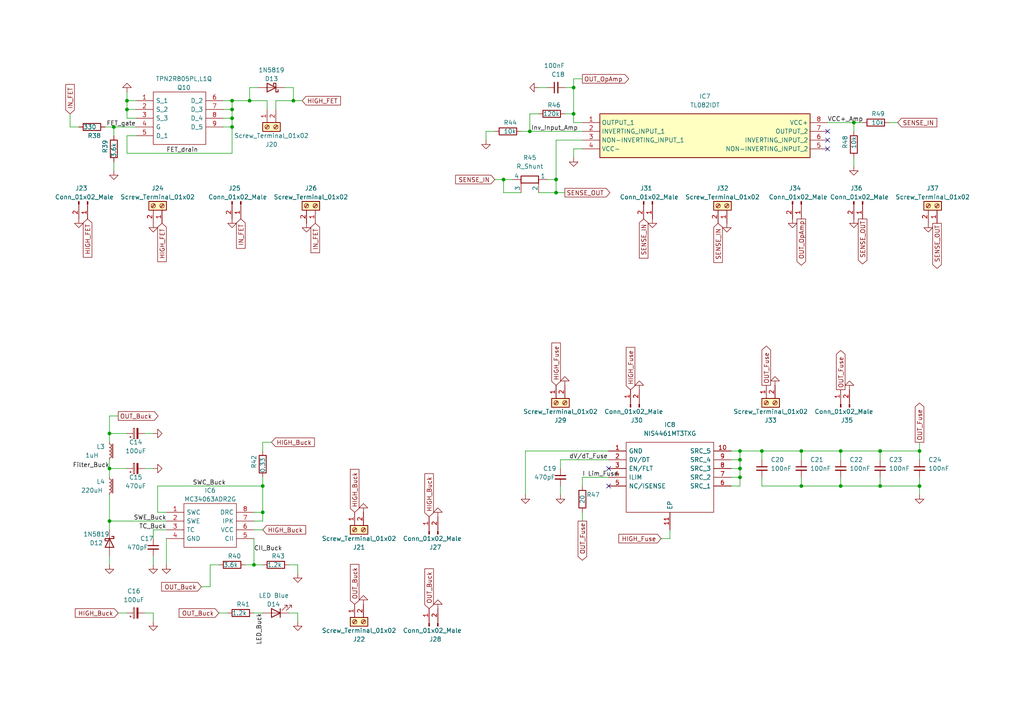
<source format=kicad_sch>
(kicad_sch (version 20230121) (generator eeschema)
  (paper "A4")
  (lib_symbols
    (symbol "Connector:Conn_01x02_Male" (pin_names (offset 1.016) hide)
      (property "Reference" "J" (at 0 2.54 0))
      (property "Value" "Conn_01x02_Male" (at 0 -5.08 0))
      (symbol "Conn_01x02_Male_1_1"
        (polyline (pts (xy 1.27 -2.54) (xy 0.8636 -2.54)) (stroke (width 0.1524)))
        (polyline (pts (xy 1.27 0) (xy 0.8636 0)) (stroke (width 0.1524)))
        (rectangle (start 0.8636 -2.413) (end 0 -2.667) (stroke (width 0.1524)) (fill (type outline)))
        (rectangle (start 0.8636 0.127) (end 0 -0.127) (stroke (width 0.1524)) (fill (type outline)))
        (pin passive line (at 5.08 0 180) (length 3.81) (name "Pin_1") (number "1"))
        (pin passive line (at 5.08 -2.54 180) (length 3.81) (name "Pin_2") (number "2"))
      )
    )
    (symbol "Device:C_Polarized_Small" (pin_numbers hide) (pin_names (offset 0.254) hide)
      (property "Reference" "C" (at 0.254 1.778 0))
      (property "Value" "C_Polarized_Small" (at 0.254 -2.032 0))
      (symbol "C_Polarized_Small_0_1"
        (rectangle (start -1.524 -0.3048) (end 1.524 -0.6858) (fill (type outline)))
        (rectangle (start -1.524 0.6858) (end 1.524 0.3048))
        (polyline (pts (xy -1.27 1.524) (xy -0.762 1.524)))
        (polyline (pts (xy -1.016 1.27) (xy -1.016 1.778)))
      )
      (symbol "C_Polarized_Small_1_1"
        (pin passive line (at 0 2.54 270) (length 1.8542) (name "~") (number "1"))
        (pin passive line (at 0 -2.54 90) (length 1.8542) (name "~") (number "2"))
      )
    )
    (symbol "Device:C_Small" (pin_numbers hide) (pin_names (offset 0.254) hide)
      (property "Reference" "C" (at 0.254 1.778 0))
      (property "Value" "C_Small" (at 0.254 -2.032 0))
      (symbol "C_Small_0_1"
        (polyline (pts (xy -1.524 -0.508) (xy 1.524 -0.508)) (stroke (width 0.3302)))
        (polyline (pts (xy -1.524 0.508) (xy 1.524 0.508)) (stroke (width 0.3048)))
      )
      (symbol "C_Small_1_1"
        (pin passive line (at 0 2.54 270) (length 2.032) (name "~") (number "1"))
        (pin passive line (at 0 -2.54 90) (length 2.032) (name "~") (number "2"))
      )
    )
    (symbol "Device:D_Schottky" (pin_numbers hide) (pin_names (offset 1.016) hide)
      (property "Reference" "D" (at 0 2.54 0))
      (property "Value" "D_Schottky" (at 0 -2.54 0))
      (symbol "D_Schottky_0_1"
        (polyline (pts (xy 1.27 0) (xy -1.27 0)))
        (polyline (pts (xy 1.27 1.27) (xy 1.27 -1.27) (xy -1.27 0) (xy 1.27 1.27)) (stroke (width 0.254)))
        (polyline (pts (xy -1.905 0.635) (xy -1.905 1.27) (xy -1.27 1.27) (xy -1.27 -1.27) (xy -0.635 -1.27) (xy -0.635 -0.635)) (stroke (width 0.254)))
      )
      (symbol "D_Schottky_1_1"
        (pin passive line (at -3.81 0 0) (length 2.54) (name "K") (number "1"))
        (pin passive line (at 3.81 0 180) (length 2.54) (name "A") (number "2"))
      )
    )
    (symbol "Device:LED" (pin_numbers hide) (pin_names (offset 1.016) hide)
      (property "Reference" "D" (at 0 2.54 0))
      (property "Value" "LED" (at 0 -2.54 0))
      (symbol "LED_0_1"
        (polyline (pts (xy -1.27 -1.27) (xy -1.27 1.27)) (stroke (width 0.254)))
        (polyline (pts (xy -1.27 0) (xy 1.27 0)))
        (polyline (pts (xy 1.27 -1.27) (xy 1.27 1.27) (xy -1.27 0) (xy 1.27 -1.27)) (stroke (width 0.254)))
        (polyline (pts (xy -3.048 -0.762) (xy -4.572 -2.286) (xy -3.81 -2.286) (xy -4.572 -2.286) (xy -4.572 -1.524)))
        (polyline (pts (xy -1.778 -0.762) (xy -3.302 -2.286) (xy -2.54 -2.286) (xy -3.302 -2.286) (xy -3.302 -1.524)))
      )
      (symbol "LED_1_1"
        (pin passive line (at -3.81 0 0) (length 2.54) (name "K") (number "1"))
        (pin passive line (at 3.81 0 180) (length 2.54) (name "A") (number "2"))
      )
    )
    (symbol "Device:L_Iron_Small" (pin_numbers hide) (pin_names (offset 0.254) hide)
      (property "Reference" "L" (at 1.27 1.016 0))
      (property "Value" "L_Iron_Small" (at 1.27 -1.27 0))
      (symbol "L_Iron_Small_0_1"
        (arc (start 0 -2.032) (mid 0.5058 -1.524) (end 0 -1.016))
        (arc (start 0 -1.016) (mid 0.5058 -0.508) (end 0 0))
        (polyline (pts (xy 0.762 2.032) (xy 0.762 -2.032)))
        (polyline (pts (xy 1.016 -2.032) (xy 1.016 2.032)))
        (arc (start 0 0) (mid 0.5058 0.508) (end 0 1.016))
        (arc (start 0 1.016) (mid 0.5058 1.524) (end 0 2.032))
      )
      (symbol "L_Iron_Small_1_1"
        (pin passive line (at 0 2.54 270) (length 0.508) (name "~") (number "1"))
        (pin passive line (at 0 -2.54 90) (length 0.508) (name "~") (number "2"))
      )
    )
    (symbol "Device:R" (pin_numbers hide) (pin_names (offset 0))
      (property "Reference" "R" (at 2.032 0 90))
      (property "Value" "R" (at 0 0 90))
      (symbol "R_0_1"
        (rectangle (start -1.016 -2.54) (end 1.016 2.54) (stroke (width 0.254)))
      )
      (symbol "R_1_1"
        (pin passive line (at 0 3.81 270) (length 1.27) (name "~") (number "1"))
        (pin passive line (at 0 -3.81 90) (length 1.27) (name "~") (number "2"))
      )
    )
    (symbol "Device:R_Shunt" (pin_numbers hide) (pin_names (offset 0))
      (property "Reference" "R" (at -4.445 0 90))
      (property "Value" "R_Shunt" (at -2.54 0 90))
      (symbol "R_Shunt_0_1"
        (rectangle (start -1.016 -2.54) (end 1.016 2.54) (stroke (width 0.254)))
        (polyline (pts (xy 0 -2.54) (xy 1.27 -2.54)))
        (polyline (pts (xy 1.27 2.54) (xy 0 2.54)))
      )
      (symbol "R_Shunt_1_1"
        (pin passive line (at 0 5.08 270) (length 2.54) (name "1") (number "1"))
        (pin passive line (at 3.81 2.54 180) (length 2.54) (name "2") (number "2"))
        (pin passive line (at 3.81 -2.54 180) (length 2.54) (name "3") (number "3"))
        (pin passive line (at 0 -5.08 90) (length 2.54) (name "4") (number "4"))
      )
    )
    (symbol "SamacSys_Parts:MC34063ACD-TR" (pin_names (offset 0.762))
      (property "Reference" "IC" (at 21.59 7.62 0))
      (property "Value" "MC34063ACD-TR" (at 21.59 5.08 0))
      (symbol "MC34063ACD-TR_0_0"
        (pin passive line (at 0 0 0) (length 5.08) (name "SWC") (number "1"))
        (pin passive line (at 0 -2.54 0) (length 5.08) (name "SWE") (number "2"))
        (pin passive line (at 0 -5.08 0) (length 5.08) (name "TC") (number "3"))
        (pin passive line (at 0 -7.62 0) (length 5.08) (name "GND") (number "4"))
        (pin passive line (at 25.4 -7.62 180) (length 5.08) (name "CII") (number "5"))
        (pin passive line (at 25.4 -5.08 180) (length 5.08) (name "VCC") (number "6"))
        (pin passive line (at 25.4 -2.54 180) (length 5.08) (name "IPK") (number "7"))
        (pin passive line (at 25.4 0 180) (length 5.08) (name "DRC") (number "8"))
      )
      (symbol "MC34063ACD-TR_0_1"
        (polyline (pts (xy 5.08 2.54) (xy 20.32 2.54) (xy 20.32 -10.16) (xy 5.08 -10.16) (xy 5.08 2.54)) (stroke (width 0.1524)))
      )
    )
    (symbol "SamacSys_Parts:NIS4461MT3TXG" (pin_names (offset 0.762))
      (property "Reference" "IC" (at 31.75 7.62 0))
      (property "Value" "NIS4461MT3TXG" (at 31.75 5.08 0))
      (symbol "NIS4461MT3TXG_0_0"
        (pin passive line (at 0 0 0) (length 5.08) (name "GND") (number "1"))
        (pin passive line (at 35.56 0 180) (length 5.08) (name "SRC_5") (number "10"))
        (pin passive line (at 17.78 -22.86 90) (length 5.08) (name "EP") (number "11"))
        (pin passive line (at 0 -2.54 0) (length 5.08) (name "DV/DT") (number "2"))
        (pin passive line (at 0 -5.08 0) (length 5.08) (name "EN/FLT") (number "3"))
        (pin passive line (at 0 -7.62 0) (length 5.08) (name "ILIM") (number "4"))
        (pin passive line (at 0 -10.16 0) (length 5.08) (name "NC/ISENSE") (number "5"))
        (pin passive line (at 35.56 -10.16 180) (length 5.08) (name "SRC_1") (number "6"))
        (pin passive line (at 35.56 -7.62 180) (length 5.08) (name "SRC_2") (number "7"))
        (pin passive line (at 35.56 -5.08 180) (length 5.08) (name "SRC_3") (number "8"))
        (pin passive line (at 35.56 -2.54 180) (length 5.08) (name "SRC_4") (number "9"))
      )
      (symbol "NIS4461MT3TXG_0_1"
        (polyline (pts (xy 5.08 2.54) (xy 30.48 2.54) (xy 30.48 -17.78) (xy 5.08 -17.78) (xy 5.08 2.54)) (stroke (width 0.1524)))
      )
    )
    (symbol "SamacSys_Parts:TL082IDT"
      (property "Reference" "IC" (at 0 0 0))
      (property "Value" "TL082IDT" (at 0 0 0))
      (property "Reference_1" "IC" (at 67.31 7.62 0))
      (property "Value_1" "TL082IDT" (at 67.31 5.08 0))
      (symbol "TL082IDT_1_1"
        (rectangle (start 5.08 2.54) (end 66.04 -10.16) (stroke (width 0.254)) (fill (type background)))
        (pin passive line (at 0 0 0) (length 5.08) (name "OUTPUT_1") (number "1"))
        (pin passive line (at 0 -2.54 0) (length 5.08) (name "INVERTING_INPUT_1") (number "2"))
        (pin passive line (at 0 -5.08 0) (length 5.08) (name "NON-INVERTING_INPUT_1") (number "3"))
        (pin passive line (at 0 -7.62 0) (length 5.08) (name "VCC-") (number "4"))
        (pin passive line (at 71.12 -7.62 180) (length 5.08) (name "NON-INVERTING_INPUT_2") (number "5"))
        (pin passive line (at 71.12 -5.08 180) (length 5.08) (name "INVERTING_INPUT_2") (number "6"))
        (pin passive line (at 71.12 -2.54 180) (length 5.08) (name "OUTPUT_2") (number "7"))
        (pin passive line (at 71.12 0 180) (length 5.08) (name "VCC+") (number "8"))
      )
    )
    (symbol "SamacSys_Parts:TPN2R805PL,L1Q" (pin_names (offset 0.762))
      (property "Reference" "Q" (at 21.59 7.62 0))
      (property "Value" "TPN2R805PL,L1Q" (at 21.59 5.08 0))
      (symbol "TPN2R805PL,L1Q_0_0"
        (pin passive line (at 0 0 0) (length 5.08) (name "S_1") (number "1"))
        (pin passive line (at 0 -2.54 0) (length 5.08) (name "S_2") (number "2"))
        (pin passive line (at 0 -5.08 0) (length 5.08) (name "S_3") (number "3"))
        (pin passive line (at 0 -7.62 0) (length 5.08) (name "G") (number "4"))
        (pin passive line (at 0 -10.16 0) (length 5.08) (name "D_1") (number "5"))
        (pin passive line (at 25.4 0 180) (length 5.08) (name "D_2") (number "6"))
        (pin passive line (at 25.4 -2.54 180) (length 5.08) (name "D_3") (number "7"))
        (pin passive line (at 25.4 -5.08 180) (length 5.08) (name "D_4") (number "8"))
        (pin passive line (at 25.4 -7.62 180) (length 5.08) (name "D_5") (number "9"))
      )
      (symbol "TPN2R805PL,L1Q_0_1"
        (polyline (pts (xy 5.08 2.54) (xy 20.32 2.54) (xy 20.32 -12.7) (xy 5.08 -12.7) (xy 5.08 2.54)) (stroke (width 0.1524)))
      )
    )
    (symbol "Screw_Terminal_01x02_1" (pin_names (offset 1.016) hide)
      (property "Reference" "J1" (at 5.08 -5.08 90))
      (property "Value" "Screw_Terminal_01x02" (at 2.54 -2.54 90))
      (symbol "Screw_Terminal_01x02_1_1_1"
        (rectangle (start -1.27 1.27) (end 1.27 -3.81) (stroke (width 0.254)) (fill (type background)))
        (circle (center 0 -2.54) (radius 0.635) (stroke (width 0.1524)))
        (polyline (pts (xy -0.5334 -2.2098) (xy 0.3302 -3.048)) (stroke (width 0.1524)))
        (polyline (pts (xy -0.5334 0.3302) (xy 0.3302 -0.508)) (stroke (width 0.1524)))
        (polyline (pts (xy -0.3556 -2.032) (xy 0.508 -2.8702)) (stroke (width 0.1524)))
        (polyline (pts (xy -0.3556 0.508) (xy 0.508 -0.3302)) (stroke (width 0.1524)))
        (circle (center 0 0) (radius 0.635) (stroke (width 0.1524)))
        (pin passive line (at -5.08 -2.54 0) (length 3.81) (name "Pin_1") (number "1"))
        (pin passive line (at -5.08 0 0) (length 3.81) (name "Pin_2") (number "2"))
      )
    )
    (symbol "power:GND" (power) (pin_names (offset 0))
      (property "Value" "GND" (at 0 -3.81 0))
      (symbol "GND_0_1"
        (polyline (pts (xy 0 0) (xy 0 -1.27) (xy 1.27 -1.27) (xy 0 -2.54) (xy -1.27 -1.27) (xy 0 -1.27)))
      )
      (symbol "GND_1_1"
        (pin power_in line (at 0 0 270) (length 0) hide (name "GND") (number "1"))
      )
    )
  )
  (junction (at 214.63 135.89))
  (junction (at 232.41 130.81))
  (junction (at 76.2 140.97))
  (junction (at 266.7 130.81))
  (junction (at 214.63 130.81))
  (junction (at 72.39 29.21))
  (junction (at 214.63 133.35))
  (junction (at 67.31 31.75))
  (junction (at 73.66 163.83))
  (junction (at 67.31 36.83))
  (junction (at 243.84 130.81))
  (junction (at 161.29 55.88))
  (junction (at 214.63 138.43))
  (junction (at 67.31 29.21))
  (junction (at 220.98 130.81))
  (junction (at 166.37 33.02))
  (junction (at 161.29 52.07))
  (junction (at 243.84 140.97))
  (junction (at 36.83 31.75))
  (junction (at 31.75 125.73))
  (junction (at 153.67 38.1))
  (junction (at 76.2 148.59))
  (junction (at 247.65 35.56))
  (junction (at 255.27 140.97))
  (junction (at 266.7 140.97))
  (junction (at 85.09 29.21))
  (junction (at 33.02 36.83))
  (junction (at 31.75 135.89))
  (junction (at 67.31 34.29))
  (junction (at 255.27 130.81))
  (junction (at 166.37 25.4))
  (junction (at 146.05 52.07))
  (junction (at 36.83 29.21))
  (junction (at 232.41 140.97))
  (junction (at 31.75 151.13))
  (no_connect (at 240.03 43.18))
  (no_connect (at 240.03 38.1))
  (no_connect (at 176.53 140.97))
  (no_connect (at 176.53 135.89))
  (no_connect (at 240.03 40.64))
  (wire (pts (xy 36.83 39.37) (xy 36.83 44.45)))
  (wire (pts (xy 232.41 130.81) (xy 243.84 130.81)))
  (wire (pts (xy 76.2 140.97) (xy 76.2 138.43)))
  (wire (pts (xy 146.05 52.07) (xy 148.59 52.07)))
  (wire (pts (xy 232.41 140.97) (xy 243.84 140.97)))
  (wire (pts (xy 48.26 148.59) (xy 45.72 148.59)))
  (wire (pts (xy 151.13 55.88) (xy 146.05 55.88)))
  (wire (pts (xy 168.91 138.43) (xy 168.91 140.97)))
  (wire (pts (xy 146.05 55.88) (xy 146.05 52.07)))
  (wire (pts (xy 33.02 46.99) (xy 33.02 49.53)))
  (wire (pts (xy 67.31 29.21) (xy 67.31 31.75)))
  (wire (pts (xy 243.84 130.81) (xy 255.27 130.81)))
  (wire (pts (xy 168.91 22.86) (xy 166.37 22.86)))
  (wire (pts (xy 58.42 170.18) (xy 60.96 170.18)))
  (wire (pts (xy 33.02 36.83) (xy 39.37 36.83)))
  (wire (pts (xy 41.91 135.89) (xy 44.45 135.89)))
  (wire (pts (xy 220.98 140.97) (xy 232.41 140.97)))
  (wire (pts (xy 214.63 135.89) (xy 214.63 138.43)))
  (wire (pts (xy 73.66 163.83) (xy 71.12 163.83)))
  (wire (pts (xy 152.4 130.81) (xy 176.53 130.81)))
  (wire (pts (xy 80.01 31.75) (xy 80.01 29.21)))
  (wire (pts (xy 243.84 138.43) (xy 243.84 140.97)))
  (wire (pts (xy 161.29 52.07) (xy 161.29 55.88)))
  (wire (pts (xy 240.03 35.56) (xy 247.65 35.56)))
  (wire (pts (xy 80.01 29.21) (xy 85.09 29.21)))
  (wire (pts (xy 64.77 34.29) (xy 67.31 34.29)))
  (wire (pts (xy 33.02 36.83) (xy 33.02 39.37)))
  (wire (pts (xy 161.29 52.07) (xy 158.75 52.07)))
  (wire (pts (xy 36.83 26.67) (xy 36.83 29.21)))
  (wire (pts (xy 73.66 151.13) (xy 76.2 151.13)))
  (wire (pts (xy 76.2 128.27) (xy 78.74 128.27)))
  (wire (pts (xy 64.77 31.75) (xy 67.31 31.75)))
  (wire (pts (xy 67.31 34.29) (xy 67.31 36.83)))
  (wire (pts (xy 140.97 38.1) (xy 143.51 38.1)))
  (wire (pts (xy 266.7 140.97) (xy 266.7 143.51)))
  (wire (pts (xy 168.91 35.56) (xy 166.37 35.56)))
  (wire (pts (xy 214.63 130.81) (xy 214.63 133.35)))
  (wire (pts (xy 34.29 177.8) (xy 36.83 177.8)))
  (wire (pts (xy 212.09 133.35) (xy 214.63 133.35)))
  (wire (pts (xy 194.31 156.21) (xy 194.31 153.67)))
  (wire (pts (xy 212.09 138.43) (xy 214.63 138.43)))
  (wire (pts (xy 191.77 156.21) (xy 194.31 156.21)))
  (wire (pts (xy 74.93 25.4) (xy 72.39 25.4)))
  (wire (pts (xy 214.63 138.43) (xy 214.63 140.97)))
  (wire (pts (xy 162.56 140.97) (xy 162.56 143.51)))
  (wire (pts (xy 82.55 25.4) (xy 85.09 25.4)))
  (wire (pts (xy 176.53 133.35) (xy 162.56 133.35)))
  (wire (pts (xy 41.91 125.73) (xy 44.45 125.73)))
  (wire (pts (xy 76.2 130.81) (xy 76.2 128.27)))
  (wire (pts (xy 31.75 161.29) (xy 31.75 163.83)))
  (wire (pts (xy 212.09 140.97) (xy 214.63 140.97)))
  (wire (pts (xy 67.31 31.75) (xy 67.31 34.29)))
  (wire (pts (xy 77.47 31.75) (xy 77.47 29.21)))
  (wire (pts (xy 153.67 33.02) (xy 153.67 38.1)))
  (wire (pts (xy 76.2 148.59) (xy 73.66 148.59)))
  (wire (pts (xy 214.63 130.81) (xy 220.98 130.81)))
  (wire (pts (xy 60.96 170.18) (xy 60.96 163.83)))
  (wire (pts (xy 255.27 138.43) (xy 255.27 140.97)))
  (wire (pts (xy 166.37 22.86) (xy 166.37 25.4)))
  (wire (pts (xy 214.63 133.35) (xy 214.63 135.89)))
  (wire (pts (xy 20.32 36.83) (xy 20.32 33.02)))
  (wire (pts (xy 73.66 163.83) (xy 76.2 163.83)))
  (wire (pts (xy 72.39 25.4) (xy 72.39 29.21)))
  (wire (pts (xy 64.77 29.21) (xy 67.31 29.21)))
  (wire (pts (xy 232.41 130.81) (xy 232.41 133.35)))
  (wire (pts (xy 161.29 40.64) (xy 161.29 52.07)))
  (wire (pts (xy 31.75 128.27) (xy 31.75 125.73)))
  (wire (pts (xy 63.5 177.8) (xy 66.04 177.8)))
  (wire (pts (xy 260.35 35.56) (xy 257.81 35.56)))
  (wire (pts (xy 73.66 156.21) (xy 73.66 163.83)))
  (wire (pts (xy 243.84 140.97) (xy 255.27 140.97)))
  (wire (pts (xy 85.09 29.21) (xy 87.63 29.21)))
  (wire (pts (xy 45.72 140.97) (xy 76.2 140.97)))
  (wire (pts (xy 86.36 163.83) (xy 86.36 166.37)))
  (wire (pts (xy 151.13 38.1) (xy 153.67 38.1)))
  (wire (pts (xy 31.75 151.13) (xy 48.26 151.13)))
  (wire (pts (xy 48.26 156.21) (xy 48.26 163.83)))
  (wire (pts (xy 143.51 52.07) (xy 146.05 52.07)))
  (wire (pts (xy 76.2 140.97) (xy 76.2 148.59)))
  (wire (pts (xy 166.37 43.18) (xy 166.37 45.72)))
  (wire (pts (xy 22.86 36.83) (xy 20.32 36.83)))
  (wire (pts (xy 83.82 163.83) (xy 86.36 163.83)))
  (wire (pts (xy 44.45 177.8) (xy 41.91 177.8)))
  (wire (pts (xy 162.56 133.35) (xy 162.56 135.89)))
  (wire (pts (xy 31.75 125.73) (xy 31.75 120.65)))
  (wire (pts (xy 168.91 148.59) (xy 168.91 151.13)))
  (wire (pts (xy 153.67 38.1) (xy 168.91 38.1)))
  (wire (pts (xy 212.09 130.81) (xy 214.63 130.81)))
  (wire (pts (xy 176.53 138.43) (xy 168.91 138.43)))
  (wire (pts (xy 220.98 130.81) (xy 232.41 130.81)))
  (wire (pts (xy 220.98 130.81) (xy 220.98 133.35)))
  (wire (pts (xy 85.09 25.4) (xy 85.09 29.21)))
  (wire (pts (xy 166.37 35.56) (xy 166.37 33.02)))
  (wire (pts (xy 36.83 135.89) (xy 31.75 135.89)))
  (wire (pts (xy 73.66 153.67) (xy 76.2 153.67)))
  (wire (pts (xy 266.7 128.27) (xy 266.7 130.81)))
  (wire (pts (xy 64.77 36.83) (xy 67.31 36.83)))
  (wire (pts (xy 168.91 40.64) (xy 161.29 40.64)))
  (wire (pts (xy 76.2 177.8) (xy 73.66 177.8)))
  (wire (pts (xy 255.27 130.81) (xy 255.27 133.35)))
  (wire (pts (xy 266.7 130.81) (xy 266.7 133.35)))
  (wire (pts (xy 140.97 40.64) (xy 140.97 38.1)))
  (wire (pts (xy 247.65 35.56) (xy 247.65 38.1)))
  (wire (pts (xy 156.21 33.02) (xy 153.67 33.02)))
  (wire (pts (xy 36.83 29.21) (xy 39.37 29.21)))
  (wire (pts (xy 36.83 31.75) (xy 39.37 31.75)))
  (wire (pts (xy 83.82 177.8) (xy 86.36 177.8)))
  (wire (pts (xy 67.31 36.83) (xy 67.31 44.45)))
  (wire (pts (xy 76.2 148.59) (xy 76.2 151.13)))
  (wire (pts (xy 161.29 55.88) (xy 163.83 55.88)))
  (wire (pts (xy 48.26 153.67) (xy 44.45 153.67)))
  (wire (pts (xy 77.47 29.21) (xy 72.39 29.21)))
  (wire (pts (xy 247.65 45.72) (xy 247.65 48.26)))
  (wire (pts (xy 31.75 135.89) (xy 31.75 133.35)))
  (wire (pts (xy 36.83 31.75) (xy 36.83 34.29)))
  (wire (pts (xy 31.75 120.65) (xy 34.29 120.65)))
  (wire (pts (xy 266.7 140.97) (xy 266.7 138.43)))
  (wire (pts (xy 36.83 29.21) (xy 36.83 31.75)))
  (wire (pts (xy 243.84 130.81) (xy 243.84 133.35)))
  (wire (pts (xy 45.72 148.59) (xy 45.72 140.97)))
  (wire (pts (xy 60.96 163.83) (xy 63.5 163.83)))
  (wire (pts (xy 39.37 34.29) (xy 36.83 34.29)))
  (wire (pts (xy 156.21 55.88) (xy 161.29 55.88)))
  (wire (pts (xy 31.75 125.73) (xy 36.83 125.73)))
  (wire (pts (xy 232.41 138.43) (xy 232.41 140.97)))
  (wire (pts (xy 31.75 153.67) (xy 31.75 151.13)))
  (wire (pts (xy 33.02 36.83) (xy 30.48 36.83)))
  (wire (pts (xy 44.45 153.67) (xy 44.45 156.21)))
  (wire (pts (xy 72.39 29.21) (xy 67.31 29.21)))
  (wire (pts (xy 152.4 130.81) (xy 152.4 143.51)))
  (wire (pts (xy 255.27 130.81) (xy 266.7 130.81)))
  (wire (pts (xy 44.45 180.34) (xy 44.45 177.8)))
  (wire (pts (xy 220.98 138.43) (xy 220.98 140.97)))
  (wire (pts (xy 163.83 25.4) (xy 166.37 25.4)))
  (wire (pts (xy 247.65 35.56) (xy 250.19 35.56)))
  (wire (pts (xy 39.37 39.37) (xy 36.83 39.37)))
  (wire (pts (xy 255.27 140.97) (xy 266.7 140.97)))
  (wire (pts (xy 31.75 135.89) (xy 31.75 138.43)))
  (wire (pts (xy 163.83 33.02) (xy 166.37 33.02)))
  (wire (pts (xy 31.75 143.51) (xy 31.75 151.13)))
  (wire (pts (xy 156.21 25.4) (xy 158.75 25.4)))
  (wire (pts (xy 36.83 44.45) (xy 67.31 44.45)))
  (wire (pts (xy 44.45 161.29) (xy 44.45 163.83)))
  (wire (pts (xy 86.36 177.8) (xy 86.36 180.34)))
  (wire (pts (xy 168.91 43.18) (xy 166.37 43.18)))
  (wire (pts (xy 166.37 25.4) (xy 166.37 33.02)))
  (wire (pts (xy 212.09 135.89) (xy 214.63 135.89)))
  (label "SWC_Buck" (at 55.88 140.97 0))
  (label "TC_Buck" (at 48.26 153.67 180))
  (label "FET_gate" (at 39.37 36.83 180))
  (label "Inv_Input_Amp" (at 167.64 38.1 180))
  (label "VCC+_Amp" (at 240.03 35.56 0))
  (label "CII_Buck" (at 73.66 160.02 0))
  (label "SWE_Buck" (at 48.26 151.13 180))
  (label "LED_Buck" (at 76.2 177.8 270))
  (label "FET_drain" (at 48.26 44.45 0))
  (label "Filter_Buck" (at 31.75 135.89 180))
  (label "dV{slash}dT_Fuse" (at 165.1 133.35 0))
  (label "I Lim_Fuse" (at 168.91 138.43 0))
  (global_label "OUT_Buck" (shape input) (at 58.42 170.18 180) (property "Intersheetrefs" "${INTERSHEET_REFS}" (effects hide)))
  (global_label "SENSE_IN" (shape input) (at 208.28 64.77 270) (property "Intersheetrefs" "${INTERSHEET_REFS}" (effects hide)))
  (global_label "HIGH_Buck" (shape input) (at 102.87 148.59 90) (property "Intersheetrefs" "${INTERSHEET_REFS}" (effects hide)))
  (global_label "OUT_Fuse" (shape output) (at 168.91 151.13 270) (property "Intersheetrefs" "${INTERSHEET_REFS}" (effects hide)))
  (global_label "SENSE_OUT" (shape output) (at 163.83 55.88 0) (property "Intersheetrefs" "${INTERSHEET_REFS}" (effects hide)))
  (global_label "HIGH_Buck" (shape input) (at 76.2 153.67 0) (property "Intersheetrefs" "${INTERSHEET_REFS}" (effects hide)))
  (global_label "IN_FET" (shape input) (at 91.44 64.77 270) (property "Intersheetrefs" "${INTERSHEET_REFS}" (effects hide)))
  (global_label "HIGH_Fuse" (shape input) (at 182.88 113.03 90) (property "Intersheetrefs" "${INTERSHEET_REFS}" (effects hide)))
  (global_label "SENSE_IN" (shape input) (at 260.35 35.56 0) (property "Intersheetrefs" "${INTERSHEET_REFS}" (effects hide)))
  (global_label "HIGH_FET" (shape input) (at 87.63 29.21 0) (property "Intersheetrefs" "${INTERSHEET_REFS}" (effects hide)))
  (global_label "SENSE_IN" (shape input) (at 143.51 52.07 180) (property "Intersheetrefs" "${INTERSHEET_REFS}" (effects hide)))
  (global_label "OUT_Buck" (shape output) (at 34.29 120.65 0) (property "Intersheetrefs" "${INTERSHEET_REFS}" (effects hide)))
  (global_label "OUT_Fuse" (shape output) (at 243.84 113.03 90) (property "Intersheetrefs" "${INTERSHEET_REFS}" (effects hide)))
  (global_label "HIGH_Buck" (shape input) (at 78.74 128.27 0) (property "Intersheetrefs" "${INTERSHEET_REFS}" (effects hide)))
  (global_label "OUT_Fuse" (shape output) (at 222.25 111.76 90) (property "Intersheetrefs" "${INTERSHEET_REFS}" (effects hide)))
  (global_label "HIGH_FET" (shape input) (at 46.99 64.77 270) (property "Intersheetrefs" "${INTERSHEET_REFS}" (effects hide)))
  (global_label "OUT_Buck" (shape input) (at 124.46 176.53 90) (property "Intersheetrefs" "${INTERSHEET_REFS}" (effects hide)))
  (global_label "SENSE_OUT" (shape output) (at 271.78 64.77 270) (property "Intersheetrefs" "${INTERSHEET_REFS}" (effects hide)))
  (global_label "IN_FET" (shape input) (at 69.85 63.5 270) (property "Intersheetrefs" "${INTERSHEET_REFS}" (effects hide)))
  (global_label "OUT_OpAmp" (shape output) (at 168.91 22.86 0) (property "Intersheetrefs" "${INTERSHEET_REFS}" (effects hide)))
  (global_label "HIGH_Fuse" (shape input) (at 161.29 111.76 90) (property "Intersheetrefs" "${INTERSHEET_REFS}" (effects hide)))
  (global_label "SENSE_IN" (shape input) (at 186.69 63.5 270) (property "Intersheetrefs" "${INTERSHEET_REFS}" (effects hide)))
  (global_label "HIGH_Buck" (shape input) (at 34.29 177.8 180) (property "Intersheetrefs" "${INTERSHEET_REFS}" (effects hide)))
  (global_label "HIGH_Fuse" (shape input) (at 191.77 156.21 180) (property "Intersheetrefs" "${INTERSHEET_REFS}" (effects hide)))
  (global_label "OUT_Fuse" (shape output) (at 266.7 128.27 90) (property "Intersheetrefs" "${INTERSHEET_REFS}" (effects hide)))
  (global_label "OUT_OpAmp" (shape output) (at 232.41 63.5 270) (property "Intersheetrefs" "${INTERSHEET_REFS}" (effects hide)))
  (global_label "HIGH_FET" (shape input) (at 25.4 63.5 270) (property "Intersheetrefs" "${INTERSHEET_REFS}" (effects hide)))
  (global_label "SENSE_OUT" (shape output) (at 250.19 63.5 270) (property "Intersheetrefs" "${INTERSHEET_REFS}" (effects hide)))
  (global_label "OUT_Buck" (shape input) (at 63.5 177.8 180) (property "Intersheetrefs" "${INTERSHEET_REFS}" (effects hide)))
  (global_label "IN_FET" (shape input) (at 20.32 33.02 90) (property "Intersheetrefs" "${INTERSHEET_REFS}" (effects hide)))
  (global_label "HIGH_Buck" (shape input) (at 124.46 149.86 90) (property "Intersheetrefs" "${INTERSHEET_REFS}" (effects hide)))
  (global_label "OUT_Buck" (shape input) (at 102.87 175.26 90) (property "Intersheetrefs" "${INTERSHEET_REFS}" (effects hide)))
  (symbol (lib_id "Device:R") (at 168.91 144.78 180) (unit 1)
    (property "Reference" "R47" (at 173.99 143.51 0) (effects (justify left)))
    (property "Value" "20" (at 168.91 143.51 90) (effects (justify left)))
    (property "Footprint" "Resistor_SMD:R_0603_1608Metric" (effects hide))
    (property "LCSC" "C22775" (effects hide))
  )
  (symbol (lib_id "SamacSys_Parts:TPN2R805PL,L1Q") (at 39.37 29.21 0) (unit 1)
    (property "Reference" "Q10" (at 53.34 25.4 0))
    (property "Value" "TPN2R805PL,L1Q" (at 53.34 22.86 0))
    (property "Footprint" "TPN2R805PLL1Q" (effects hide))
    (property "Description" "N-Channel 45 V 139A (Ta), 80A (Tc) 2.67W (Ta), 104W (Tc) Surface Mount 8-TSON Advance (3.1x3.1)" (effects hide))
    (property "Height" "0.9" (effects hide))
    (property "Manufacturer_Name" "Toshiba" (effects hide))
    (property "Manufacturer_Part_Number" "TPN2R805PL,L1Q" (effects hide))
  )
  (symbol (lib_id "Connector:Conn_01x02_Male") (at 250.19 58.42 270) (unit 1)
    (property "Reference" "J36" (at 250.19 54.61 90) (effects (justify right)))
    (property "Value" "Conn_01x02_Male" (at 257.81 57.15 90) (effects (justify right)))
    (property "Footprint" "Connector_PinHeader_2.54mm:PinHeader_1x02_P2.54mm_Vertical" (effects hide))
  )
  (symbol (lib_id "power:GND") (at 31.75 163.83 0) (unit 1)
    (property "Reference" "#PWR08" (effects hide))
    (property "Value" "GND" (effects hide))
  )
  (symbol (lib_id "power:GND") (at 44.45 125.73 90) (unit 1)
    (property "Reference" "#PWR015" (effects hide))
    (property "Value" "GND" (effects hide))
  )
  (symbol (lib_id "power:GND") (at 127 176.53 180) (unit 1)
    (property "Reference" "#PWR070" (effects hide))
    (property "Value" "GND" (effects hide))
  )
  (symbol (lib_id "Device:C_Polarized_Small") (at 39.37 135.89 90) (unit 1)
    (property "Reference" "C15" (at 39.37 138.43 90))
    (property "Value" "470uF" (at 39.37 140.97 90))
    (property "Footprint" "Capacitor_SMD:CP_Elec_10x10.5" (effects hide))
    (property "LCSC" "C129479" (effects hide))
  )
  (symbol (lib_id "SamacSys_Parts:NIS4461MT3TXG") (at 176.53 130.81 0) (unit 1)
    (property "Reference" "IC8" (at 194.31 123.19 0))
    (property "Value" "NIS4461MT3TXG" (at 194.31 125.73 0))
    (property "Footprint" "SON50P300X300X80-11N" (effects hide))
    (property "Datasheet" "https://componentsearchengine.com/Datasheets/2/NIS4461MT3TXG.pdf" (effects hide))
    (property "Description" "ONSEMI - NIS4461MT3TXG - Electronic Fuse, 9 V to 24 V, Fan & Hard Drives/Industrial/Handheld Devices, WDFN-EP, 10Pin" (effects hide))
    (property "Height" "0.8" (effects hide))
    (property "Mouser Part Number" "863-NIS4461MT3TXG" (effects hide))
    (property "Mouser Price/Stock" "https://www.mouser.co.uk/ProductDetail/onsemi/NIS4461MT3TXG?qs=HBWAp0VN4RizfjDFuOVp3w%3D%3D" (effects hide))
    (property "Manufacturer_Name" "onsemi" (effects hide))
    (property "Manufacturer_Part_Number" "NIS4461MT3TXG" (effects hide))
  )
  (symbol (lib_name "Screw_Terminal_01x02_1") (lib_id "Connector:Screw_Terminal_01x02") (at 269.24 59.69 90) (unit 1)
    (property "Reference" "J37" (at 270.51 54.61 90))
    (property "Value" "Screw_Terminal_01x02" (at 270.51 57.15 90))
    (property "Footprint" "TerminalBlock_Phoenix:TerminalBlock_Phoenix_PT-1,5-2-3.5-H_1x02_P3.50mm_Horizontal" (effects hide))
    (property "LCSC" "C474930" (effects hide))
  )
  (symbol (lib_id "Device:R") (at 254 35.56 270) (unit 1)
    (property "Reference" "R49" (at 252.73 33.02 90) (effects (justify left)))
    (property "Value" "10k" (at 252.73 35.56 90) (effects (justify left)))
    (property "Footprint" "Resistor_SMD:R_0805_2012Metric" (effects hide))
    (property "LCSC" "C22775" (effects hide))
  )
  (symbol (lib_id "power:GND") (at 247.65 48.26 0) (unit 1)
    (property "Reference" "#PWR061" (effects hide))
    (property "Value" "GND" (effects hide))
  )
  (symbol (lib_id "SamacSys_Parts:MC34063ACD-TR") (at 48.26 148.59 0) (unit 1)
    (property "Reference" "IC6" (at 60.96 142.24 0))
    (property "Value" "MC34063ADR2G" (at 60.96 144.78 0))
    (property "Footprint" "SamacSys_Parts:SOIC127P600X175-8N" (effects hide))
    (property "Description" "MC34063ADR2G" (effects hide))
    (property "Height" "1.75" (effects hide))
    (property "LCSC" "C32078" (effects hide))
  )
  (symbol (lib_id "Device:LED") (at 80.01 177.8 180) (unit 1)
    (property "Reference" "D14" (at 81.28 175.26 0) (effects (justify left)))
    (property "Value" "LED Blue" (at 83.82 172.72 0) (effects (justify left)))
    (property "Footprint" "LED_SMD:LED_0603_1608Metric" (effects hide))
    (property "LCSC" "C72041" (effects hide))
  )
  (symbol (lib_id "power:GND") (at 189.23 63.5 0) (unit 1)
    (property "Reference" "#PWR073" (effects hide))
    (property "Value" "GND" (effects hide))
  )
  (symbol (lib_id "Connector:Conn_01x02_Male") (at 243.84 118.11 90) (unit 1)
    (property "Reference" "J35" (at 243.84 121.92 90) (effects (justify right)))
    (property "Value" "Conn_01x02_Male" (at 236.22 119.38 90) (effects (justify right)))
    (property "Footprint" "Connector_PinHeader_2.54mm:PinHeader_1x02_P2.54mm_Vertical" (effects hide))
  )
  (symbol (lib_id "Device:R") (at 147.32 38.1 270) (unit 1)
    (property "Reference" "R44" (at 146.05 35.56 90) (effects (justify left)))
    (property "Value" "10k" (at 146.05 38.1 90) (effects (justify left)))
    (property "Footprint" "Resistor_SMD:R_0805_2012Metric" (effects hide))
    (property "LCSC" "C22775" (effects hide))
  )
  (symbol (lib_id "Device:R") (at 160.02 33.02 270) (unit 1)
    (property "Reference" "R46" (at 158.75 30.48 90) (effects (justify left)))
    (property "Value" "120k" (at 157.48 33.02 90) (effects (justify left)))
    (property "Footprint" "Resistor_SMD:R_0805_2012Metric" (effects hide))
    (property "LCSC" "C22775" (effects hide))
  )
  (symbol (lib_id "power:GND") (at 105.41 175.26 180) (unit 1)
    (property "Reference" "#PWR064" (effects hide))
    (property "Value" "GND" (effects hide))
  )
  (symbol (lib_id "power:GND") (at 210.82 64.77 0) (unit 1)
    (property "Reference" "#PWR074" (effects hide))
    (property "Value" "GND" (effects hide))
  )
  (symbol (lib_id "power:GND") (at 44.45 180.34 0) (unit 1)
    (property "Reference" "#PWR019" (effects hide))
    (property "Value" "GND" (effects hide))
  )
  (symbol (lib_id "power:GND") (at 22.86 63.5 0) (unit 1)
    (property "Reference" "#PWR065" (effects hide))
    (property "Value" "GND" (effects hide))
  )
  (symbol (lib_id "power:GND") (at 88.9 64.77 0) (unit 1)
    (property "Reference" "#PWR068" (effects hide))
    (property "Value" "GND" (effects hide))
  )
  (symbol (lib_id "power:GND") (at 127 149.86 180) (unit 1)
    (property "Reference" "#PWR069" (effects hide))
    (property "Value" "GND" (effects hide))
  )
  (symbol (lib_id "power:GND") (at 67.31 63.5 0) (unit 1)
    (property "Reference" "#PWR067" (effects hide))
    (property "Value" "GND" (effects hide))
  )
  (symbol (lib_id "power:GND") (at 162.56 143.51 0) (unit 1)
    (property "Reference" "#PWR059" (effects hide))
    (property "Value" "GND" (effects hide))
  )
  (symbol (lib_id "Connector:Conn_01x02_Male") (at 69.85 58.42 270) (unit 1)
    (property "Reference" "J25" (at 69.85 54.61 90) (effects (justify right)))
    (property "Value" "Conn_01x02_Male" (at 77.47 57.15 90) (effects (justify right)))
    (property "Footprint" "Connector_PinHeader_2.54mm:PinHeader_1x02_P2.54mm_Vertical" (effects hide))
  )
  (symbol (lib_id "power:GND") (at 33.02 49.53 0) (unit 1)
    (property "Reference" "#PWR09" (effects hide))
    (property "Value" "GND" (effects hide))
  )
  (symbol (lib_id "power:GND") (at 44.45 163.83 0) (unit 1)
    (property "Reference" "#PWR017" (effects hide))
    (property "Value" "GND" (effects hide))
  )
  (symbol (lib_id "Device:C_Polarized_Small") (at 39.37 177.8 90) (unit 1)
    (property "Reference" "C16" (at 38.8239 171.45 90))
    (property "Value" "100uF" (at 38.8239 173.99 90))
    (property "Footprint" "Capacitor_SMD:CP_Elec_6.3x7.7" (effects hide))
    (property "LCSC" "C3001220" (effects hide))
  )
  (symbol (lib_name "Screw_Terminal_01x02_1") (lib_id "Connector:Screw_Terminal_01x02") (at 105.41 153.67 270) (unit 1)
    (property "Reference" "J21" (at 104.14 158.75 90))
    (property "Value" "Screw_Terminal_01x02" (at 104.14 156.21 90))
    (property "Footprint" "TerminalBlock_Phoenix:TerminalBlock_Phoenix_PT-1,5-2-3.5-H_1x02_P3.50mm_Horizontal" (effects hide))
    (property "LCSC" "C474930" (effects hide))
  )
  (symbol (lib_id "power:GND") (at 156.21 25.4 270) (unit 1)
    (property "Reference" "#PWR058" (effects hide))
    (property "Value" "GND" (effects hide))
  )
  (symbol (lib_name "Screw_Terminal_01x02_1") (lib_id "Connector:Screw_Terminal_01x02") (at 163.83 116.84 270) (unit 1)
    (property "Reference" "J29" (at 162.56 121.92 90))
    (property "Value" "Screw_Terminal_01x02" (at 162.56 119.38 90))
    (property "Footprint" "TerminalBlock_Phoenix:TerminalBlock_Phoenix_PT-1,5-2-3.5-H_1x02_P3.50mm_Horizontal" (effects hide))
    (property "LCSC" "C474930" (effects hide))
  )
  (symbol (lib_name "Screw_Terminal_01x02_1") (lib_id "Connector:Screw_Terminal_01x02") (at 80.01 36.83 270) (unit 1)
    (property "Reference" "J20" (at 78.74 41.91 90))
    (property "Value" "Screw_Terminal_01x02" (at 78.74 39.37 90))
    (property "Footprint" "TerminalBlock_Phoenix:TerminalBlock_Phoenix_PT-1,5-2-3.5-H_1x02_P3.50mm_Horizontal" (effects hide))
    (property "LCSC" "C474930" (effects hide))
  )
  (symbol (lib_id "Device:C_Small") (at 255.27 135.89 0) (unit 1)
    (property "Reference" "C23" (at 257.81 133.35 0) (effects (justify left)))
    (property "Value" "100nF" (at 257.81 135.89 0) (effects (justify left)))
    (property "Footprint" "Capacitor_SMD:C_0603_1608Metric" (effects hide))
    (property "LCSC" "C14663" (effects hide))
  )
  (symbol (lib_id "Device:C_Small") (at 44.45 158.75 0) (unit 1)
    (property "Reference" "C17" (at 40.64 156.21 0) (effects (justify left)))
    (property "Value" "470pF" (at 36.83 158.75 0) (effects (justify left)))
    (property "Footprint" "Capacitor_SMD:C_0805_2012Metric" (effects hide))
    (property "LCSC" "C1743" (effects hide))
  )
  (symbol (lib_name "Screw_Terminal_01x02_1") (lib_id "Connector:Screw_Terminal_01x02") (at 44.45 59.69 90) (unit 1)
    (property "Reference" "J24" (at 45.72 54.61 90))
    (property "Value" "Screw_Terminal_01x02" (at 45.72 57.15 90))
    (property "Footprint" "TerminalBlock_Phoenix:TerminalBlock_Phoenix_PT-1,5-2-3.5-H_1x02_P3.50mm_Horizontal" (effects hide))
    (property "LCSC" "C474930" (effects hide))
  )
  (symbol (lib_id "Device:C_Small") (at 220.98 135.89 0) (unit 1)
    (property "Reference" "C20" (at 223.52 133.35 0) (effects (justify left)))
    (property "Value" "100nF" (at 223.52 135.89 0) (effects (justify left)))
    (property "Footprint" "Capacitor_SMD:C_0603_1608Metric" (effects hide))
    (property "LCSC" "C14663" (effects hide))
  )
  (symbol (lib_id "power:GND") (at 269.24 64.77 0) (unit 1)
    (property "Reference" "#PWR079" (effects hide))
    (property "Value" "GND" (effects hide))
  )
  (symbol (lib_id "power:GND") (at 229.87 63.5 0) (unit 1)
    (property "Reference" "#PWR076" (effects hide))
    (property "Value" "GND" (effects hide))
  )
  (symbol (lib_id "Device:L_Iron_Small") (at 31.75 140.97 0) (unit 1)
    (property "Reference" "L4" (at 29.21 139.7 0))
    (property "Value" "220uH" (at 26.67 142.24 0))
    (property "Footprint" "Inductor_SMD:L_1210_3225Metric" (effects hide))
    (property "LCSC" "C394104" (effects hide))
  )
  (symbol (lib_id "Device:R") (at 69.85 177.8 270) (unit 1)
    (property "Reference" "R41" (at 68.58 175.26 90) (effects (justify left)))
    (property "Value" "1.2k" (at 67.31 177.8 90) (effects (justify left)))
    (property "Footprint" "Resistor_SMD:R_0805_2012Metric" (effects hide))
    (property "LCSC" "C17379" (effects hide))
  )
  (symbol (lib_id "Connector:Conn_01x02_Male") (at 124.46 154.94 90) (unit 1)
    (property "Reference" "J27" (at 124.46 158.75 90) (effects (justify right)))
    (property "Value" "Conn_01x02_Male" (at 116.84 156.21 90) (effects (justify right)))
    (property "Footprint" "Connector_PinHeader_2.54mm:PinHeader_1x02_P2.54mm_Vertical" (effects hide))
  )
  (symbol (lib_id "Device:C_Small") (at 161.29 25.4 90) (unit 1)
    (property "Reference" "C18" (at 163.83 21.59 90) (effects (justify left)))
    (property "Value" "100nF" (at 163.83 19.05 90) (effects (justify left)))
    (property "Footprint" "Capacitor_SMD:C_0603_1608Metric" (effects hide))
    (property "LCSC" "C14663" (effects hide))
  )
  (symbol (lib_id "Device:C_Small") (at 266.7 135.89 0) (unit 1)
    (property "Reference" "C24" (at 269.24 133.35 0) (effects (justify left)))
    (property "Value" "100nF" (at 269.24 135.89 0) (effects (justify left)))
    (property "Footprint" "Capacitor_SMD:C_0603_1608Metric" (effects hide))
    (property "LCSC" "C14663" (effects hide))
  )
  (symbol (lib_id "power:GND") (at 246.38 113.03 180) (unit 1)
    (property "Reference" "#PWR077" (effects hide))
    (property "Value" "GND" (effects hide))
  )
  (symbol (lib_id "power:GND") (at 152.4 143.51 0) (unit 1)
    (property "Reference" "#PWR057" (effects hide))
    (property "Value" "GND" (effects hide))
  )
  (symbol (lib_id "power:GND") (at 266.7 143.51 0) (unit 1)
    (property "Reference" "#PWR062" (effects hide))
    (property "Value" "GND" (effects hide))
  )
  (symbol (lib_id "power:GND") (at 166.37 45.72 0) (unit 1)
    (property "Reference" "#PWR060" (effects hide))
    (property "Value" "GND" (effects hide))
  )
  (symbol (lib_id "Device:R") (at 80.01 163.83 270) (unit 1)
    (property "Reference" "R43" (at 78.74 161.29 90) (effects (justify left)))
    (property "Value" "1.2k" (at 77.47 163.83 90) (effects (justify left)))
    (property "Footprint" "Resistor_SMD:R_0805_2012Metric" (effects hide))
    (property "LCSC" "C17379" (effects hide))
  )
  (symbol (lib_id "Device:R") (at 247.65 41.91 0) (unit 1)
    (property "Reference" "R48" (at 245.11 43.18 90) (effects (justify left)))
    (property "Value" "10k" (at 247.65 43.18 90) (effects (justify left)))
    (property "Footprint" "Resistor_SMD:R_0805_2012Metric" (effects hide))
    (property "LCSC" "C22775" (effects hide))
  )
  (symbol (lib_id "SamacSys_Parts:TL082IDT") (at 168.91 35.56 0) (unit 1)
    (property "Reference" "IC7" (at 204.47 27.94 0))
    (property "Value" "TL082IDT" (at 204.47 30.48 0))
    (property "Footprint" "SamacSys_Parts:SOIC127P600X175-8N" (effects hide))
    (property "Reference_1" "IC" (effects hide))
    (property "Value_1" "TL082IDT" (effects hide))
    (property "Footprint_1" "SOIC127P600X175-8N" (effects hide))
    (property "Datasheet_1" "http://componentsearchengine.com/Datasheets/1/TL082IDT.pdf" (effects hide))
    (property "Height" "1.75" (effects hide))
    (property "Manufacturer_Name" "STMicroelectronics" (effects hide))
    (property "Manufacturer_Part_Number" "TL082IDT" (effects hide))
    (property "Mouser Part Number" "511-TL082IDT" (effects hide))
    (property "Mouser Price/Stock" "https://www.mouser.co.uk/ProductDetail/STMicroelectronics/TL082IDT?qs=aIrX06PSG5cjvhfXyBDm9A%3D%3D" (effects hide))
    (property "Arrow Part Number" "TL082IDT" (effects hide))
    (property "Arrow Price/Stock" "https://www.arrow.com/en/products/tl082idt/stmicroelectronics" (effects hide))
  )
  (symbol (lib_id "power:GND") (at 44.45 135.89 90) (unit 1)
    (property "Reference" "#PWR016" (effects hide))
    (property "Value" "GND" (effects hide))
  )
  (symbol (lib_name "Screw_Terminal_01x02_1") (lib_id "Connector:Screw_Terminal_01x02") (at 105.41 180.34 270) (unit 1)
    (property "Reference" "J22" (at 104.14 185.42 90))
    (property "Value" "Screw_Terminal_01x02" (at 104.14 182.88 90))
    (property "Footprint" "TerminalBlock_Phoenix:TerminalBlock_Phoenix_PT-1,5-2-3.5-H_1x02_P3.50mm_Horizontal" (effects hide))
    (property "LCSC" "C474930" (effects hide))
  )
  (symbol (lib_id "power:GND") (at 86.36 166.37 0) (unit 1)
    (property "Reference" "#PWR054" (effects hide))
    (property "Value" "GND" (effects hide))
  )
  (symbol (lib_id "power:GND") (at 140.97 40.64 0) (unit 1)
    (property "Reference" "#PWR056" (effects hide))
    (property "Value" "GND" (effects hide))
  )
  (symbol (lib_id "Connector:Conn_01x02_Male") (at 232.41 58.42 270) (unit 1)
    (property "Reference" "J34" (at 232.41 54.61 90) (effects (justify right)))
    (property "Value" "Conn_01x02_Male" (at 240.03 57.15 90) (effects (justify right)))
    (property "Footprint" "Connector_PinHeader_2.54mm:PinHeader_1x02_P2.54mm_Vertical" (effects hide))
  )
  (symbol (lib_id "Device:C_Small") (at 243.84 135.89 0) (unit 1)
    (property "Reference" "C22" (at 246.38 133.35 0) (effects (justify left)))
    (property "Value" "100nF" (at 246.38 135.89 0) (effects (justify left)))
    (property "Footprint" "Capacitor_SMD:C_0603_1608Metric" (effects hide))
    (property "LCSC" "C14663" (effects hide))
  )
  (symbol (lib_id "Device:C_Polarized_Small") (at 39.37 125.73 90) (unit 1)
    (property "Reference" "C14" (at 39.37 128.27 90))
    (property "Value" "100uF" (at 39.37 130.81 90))
    (property "Footprint" "Capacitor_SMD:CP_Elec_6.3x7.7" (effects hide))
    (property "LCSC" "C3001220" (effects hide))
  )
  (symbol (lib_id "power:GND") (at 185.42 113.03 180) (unit 1)
    (property "Reference" "#PWR072" (effects hide))
    (property "Value" "GND" (effects hide))
  )
  (symbol (lib_id "Device:D_Schottky") (at 31.75 157.48 270) (unit 1)
    (property "Reference" "D12" (at 27.94 157.48 90))
    (property "Value" "1N5819" (at 27.94 154.94 90))
    (property "Footprint" "Diode_SMD:D_SMA" (effects hide))
    (property "LCSC" "C437199" (effects hide))
  )
  (symbol (lib_name "Screw_Terminal_01x02_1") (lib_id "Connector:Screw_Terminal_01x02") (at 224.79 116.84 270) (unit 1)
    (property "Reference" "J33" (at 223.52 121.92 90))
    (property "Value" "Screw_Terminal_01x02" (at 223.52 119.38 90))
    (property "Footprint" "TerminalBlock_Phoenix:TerminalBlock_Phoenix_PT-1,5-2-3.5-H_1x02_P3.50mm_Horizontal" (effects hide))
    (property "LCSC" "C474930" (effects hide))
  )
  (symbol (lib_id "power:GND") (at 48.26 163.83 0) (unit 1)
    (property "Reference" "#PWR031" (effects hide))
    (property "Value" "GND" (effects hide))
  )
  (symbol (lib_id "power:GND") (at 247.65 63.5 0) (unit 1)
    (property "Reference" "#PWR078" (effects hide))
    (property "Value" "GND" (effects hide))
  )
  (symbol (lib_id "power:GND") (at 36.83 26.67 180) (unit 1)
    (property "Reference" "#PWR014" (effects hide))
    (property "Value" "GND" (effects hide))
  )
  (symbol (lib_id "Device:R") (at 76.2 134.62 0) (unit 1)
    (property "Reference" "R42" (at 73.66 135.89 90) (effects (justify left)))
    (property "Value" "0.33" (at 76.2 137.16 90) (effects (justify left)))
    (property "Footprint" "Resistor_SMD:R_0805_2012Metric" (effects hide))
    (property "LCSC" "C491232" (effects hide))
  )
  (symbol (lib_id "power:GND") (at 44.45 64.77 0) (unit 1)
    (property "Reference" "#PWR066" (effects hide))
    (property "Value" "GND" (effects hide))
  )
  (symbol (lib_name "Screw_Terminal_01x02_1") (lib_id "Connector:Screw_Terminal_01x02") (at 88.9 59.69 90) (unit 1)
    (property "Reference" "J26" (at 90.17 54.61 90))
    (property "Value" "Screw_Terminal_01x02" (at 90.17 57.15 90))
    (property "Footprint" "TerminalBlock_Phoenix:TerminalBlock_Phoenix_PT-1,5-2-3.5-H_1x02_P3.50mm_Horizontal" (effects hide))
    (property "LCSC" "C474930" (effects hide))
  )
  (symbol (lib_id "Device:C_Small") (at 162.56 138.43 0) (unit 1)
    (property "Reference" "C19" (at 157.48 135.89 0) (effects (justify left)))
    (property "Value" "470pF" (at 154.94 138.43 0) (effects (justify left)))
    (property "Footprint" "Capacitor_SMD:C_0603_1608Metric" (effects hide))
    (property "LCSC" "C1620" (effects hide))
  )
  (symbol (lib_id "power:GND") (at 86.36 180.34 0) (unit 1)
    (property "Reference" "#PWR055" (effects hide))
    (property "Value" "GND" (effects hide))
  )
  (symbol (lib_name "Screw_Terminal_01x02_1") (lib_id "Connector:Screw_Terminal_01x02") (at 208.28 59.69 90) (unit 1)
    (property "Reference" "J32" (at 209.55 54.61 90))
    (property "Value" "Screw_Terminal_01x02" (at 209.55 57.15 90))
    (property "Footprint" "TerminalBlock_Phoenix:TerminalBlock_Phoenix_PT-1,5-2-3.5-H_1x02_P3.50mm_Horizontal" (effects hide))
    (property "LCSC" "C474930" (effects hide))
  )
  (symbol (lib_id "Device:D_Schottky") (at 78.74 25.4 180) (unit 1)
    (property "Reference" "D13" (at 78.74 22.86 0))
    (property "Value" "1N5819" (at 78.74 20.32 0))
    (property "Footprint" "Diode_SMD:D_SMA" (effects hide))
    (property "LCSC" "C437199" (effects hide))
  )
  (symbol (lib_id "Device:R") (at 67.31 163.83 270) (unit 1)
    (property "Reference" "R40" (at 66.04 161.29 90) (effects (justify left)))
    (property "Value" "3.6k" (at 64.77 163.83 90) (effects (justify left)))
    (property "Footprint" "Resistor_SMD:R_0805_2012Metric" (effects hide))
    (property "LCSC" "C18359" (effects hide))
  )
  (symbol (lib_id "Device:L_Iron_Small") (at 31.75 130.81 0) (unit 1)
    (property "Reference" "L3" (at 29.21 129.54 0))
    (property "Value" "1uH" (at 26.67 132.08 0))
    (property "Footprint" "Inductor_SMD:L_1008_2520Metric" (effects hide))
    (property "LCSC" "C346410" (effects hide))
  )
  (symbol (lib_id "Connector:Conn_01x02_Male") (at 124.46 181.61 90) (unit 1)
    (property "Reference" "J28" (at 124.46 185.42 90) (effects (justify right)))
    (property "Value" "Conn_01x02_Male" (at 116.84 182.88 90) (effects (justify right)))
    (property "Footprint" "Connector_PinHeader_2.54mm:PinHeader_1x02_P2.54mm_Vertical" (effects hide))
  )
  (symbol (lib_id "Device:R_Shunt") (at 153.67 52.07 270) (unit 1)
    (property "Reference" "R45" (at 153.67 45.72 90))
    (property "Value" "R_Shunt" (at 153.67 48.26 90))
    (property "Footprint" "Resistor_SMD:R_1206_3216Metric" (effects hide))
  )
  (symbol (lib_id "Connector:Conn_01x02_Male") (at 25.4 58.42 270) (unit 1)
    (property "Reference" "J23" (at 25.4 54.61 90) (effects (justify right)))
    (property "Value" "Conn_01x02_Male" (at 33.02 57.15 90) (effects (justify right)))
    (property "Footprint" "Connector_PinHeader_2.54mm:PinHeader_1x02_P2.54mm_Vertical" (effects hide))
  )
  (symbol (lib_id "Connector:Conn_01x02_Male") (at 182.88 118.11 90) (unit 1)
    (property "Reference" "J30" (at 182.88 121.92 90) (effects (justify right)))
    (property "Value" "Conn_01x02_Male" (at 175.26 119.38 90) (effects (justify right)))
    (property "Footprint" "Connector_PinHeader_2.54mm:PinHeader_1x02_P2.54mm_Vertical" (effects hide))
  )
  (symbol (lib_id "Device:C_Small") (at 232.41 135.89 0) (unit 1)
    (property "Reference" "C21" (at 234.95 133.35 0) (effects (justify left)))
    (property "Value" "100nF" (at 234.95 135.89 0) (effects (justify left)))
    (property "Footprint" "Capacitor_SMD:C_0603_1608Metric" (effects hide))
    (property "LCSC" "C14663" (effects hide))
  )
  (symbol (lib_id "Connector:Conn_01x02_Male") (at 189.23 58.42 270) (unit 1)
    (property "Reference" "J31" (at 189.23 54.61 90) (effects (justify right)))
    (property "Value" "Conn_01x02_Male" (at 196.85 57.15 90) (effects (justify right)))
    (property "Footprint" "Connector_PinHeader_2.54mm:PinHeader_1x02_P2.54mm_Vertical" (effects hide))
  )
  (symbol (lib_id "Device:R") (at 33.02 43.18 0) (unit 1)
    (property "Reference" "R39" (at 30.48 44.45 90) (effects (justify left)))
    (property "Value" "3.6k" (at 33.02 45.72 90) (effects (justify left)))
    (property "Footprint" "Resistor_SMD:R_0805_2012Metric" (effects hide))
    (property "LCSC" "C18359" (effects hide))
  )
  (symbol (lib_id "Device:R") (at 26.67 36.83 270) (unit 1)
    (property "Reference" "R38" (at 25.4 39.37 90) (effects (justify left)))
    (property "Value" "330" (at 24.13 36.83 90) (effects (justify left)))
    (property "Footprint" "Resistor_SMD:R_0805_2012Metric" (effects hide))
    (property "LCSC" "C2989109" (effects hide))
  )
  (symbol (lib_id "power:GND") (at 224.79 111.76 180) (unit 1)
    (property "Reference" "#PWR075" (effects hide))
    (property "Value" "GND" (effects hide))
  )
  (symbol (lib_id "power:GND") (at 105.41 148.59 180) (unit 1)
    (property "Reference" "#PWR063" (effects hide))
    (property "Value" "GND" (effects hide))
  )
  (symbol (lib_id "power:GND") (at 163.83 111.76 180) (unit 1)
    (property "Reference" "#PWR071" (effects hide))
    (property "Value" "GND" (effects hide))
  )
)
</source>
